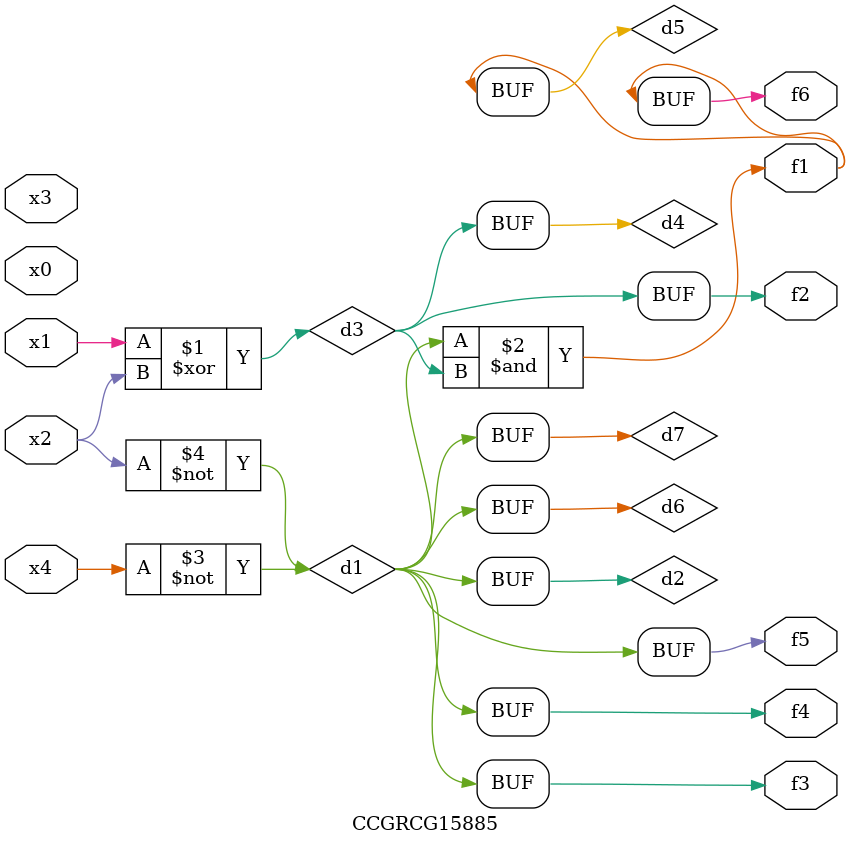
<source format=v>
module CCGRCG15885(
	input x0, x1, x2, x3, x4,
	output f1, f2, f3, f4, f5, f6
);

	wire d1, d2, d3, d4, d5, d6, d7;

	not (d1, x4);
	not (d2, x2);
	xor (d3, x1, x2);
	buf (d4, d3);
	and (d5, d1, d3);
	buf (d6, d1, d2);
	buf (d7, d2);
	assign f1 = d5;
	assign f2 = d4;
	assign f3 = d7;
	assign f4 = d7;
	assign f5 = d7;
	assign f6 = d5;
endmodule

</source>
